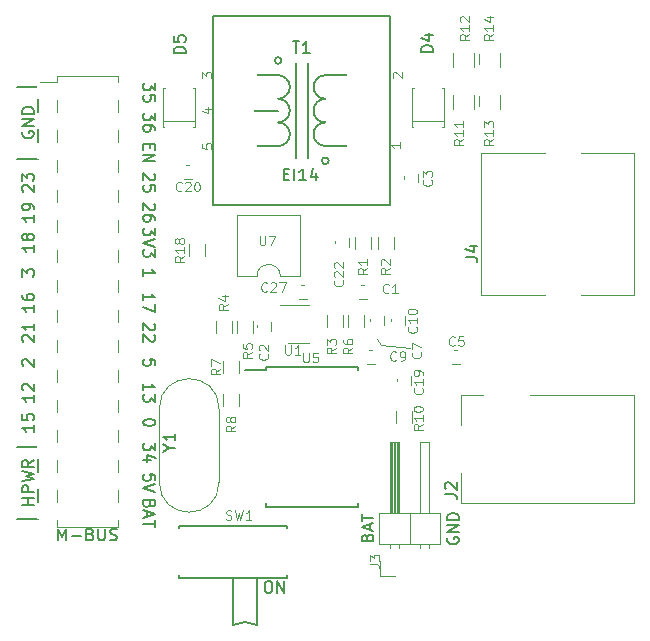
<source format=gto>
G04 #@! TF.GenerationSoftware,KiCad,Pcbnew,(5.0.2)-1*
G04 #@! TF.CreationDate,2019-02-20T01:19:10+09:00*
G04 #@! TF.ProjectId,M5Hackfon,4d354861-636b-4666-9f6e-2e6b69636164,v1.2*
G04 #@! TF.SameCoordinates,Original*
G04 #@! TF.FileFunction,Legend,Top*
G04 #@! TF.FilePolarity,Positive*
%FSLAX46Y46*%
G04 Gerber Fmt 4.6, Leading zero omitted, Abs format (unit mm)*
G04 Created by KiCad (PCBNEW (5.0.2)-1) date 2019/02/20 1:19:10*
%MOMM*%
%LPD*%
G01*
G04 APERTURE LIST*
%ADD10C,0.100000*%
%ADD11C,0.150000*%
%ADD12C,0.200000*%
%ADD13C,0.120000*%
%ADD14C,1.900000*%
%ADD15R,1.300000X0.900000*%
%ADD16R,1.460000X1.050000*%
%ADD17R,1.150000X1.200000*%
%ADD18R,2.000000X2.000000*%
%ADD19O,2.000000X2.000000*%
%ADD20C,2.400000*%
%ADD21C,2.899360*%
%ADD22C,2.760000*%
%ADD23C,1.920000*%
%ADD24R,3.900000X3.900000*%
%ADD25C,2.100000*%
%ADD26C,1.400000*%
%ADD27C,1.200000*%
%ADD28R,3.550000X1.400000*%
%ADD29R,3.200000X3.900000*%
%ADD30O,1.750000X1.750000*%
%ADD31R,1.750000X1.750000*%
%ADD32C,3.600000*%
%ADD33R,1.200000X1.150000*%
%ADD34C,2.600000*%
%ADD35R,2.100000X2.100000*%
%ADD36O,2.100000X2.100000*%
%ADD37R,2.400000X2.400000*%
%ADD38O,2.400000X2.400000*%
%ADD39R,2.400000X1.000000*%
%ADD40R,1.700000X1.100000*%
G04 APERTURE END LIST*
D10*
X134861000Y-111664000D02*
X134480000Y-111156000D01*
X137274000Y-111918000D02*
X134861000Y-111664000D01*
D11*
X125224952Y-131690380D02*
X125415428Y-131690380D01*
X125510666Y-131738000D01*
X125605904Y-131833238D01*
X125653523Y-132023714D01*
X125653523Y-132357047D01*
X125605904Y-132547523D01*
X125510666Y-132642761D01*
X125415428Y-132690380D01*
X125224952Y-132690380D01*
X125129714Y-132642761D01*
X125034476Y-132547523D01*
X124986857Y-132357047D01*
X124986857Y-132023714D01*
X125034476Y-131833238D01*
X125129714Y-131738000D01*
X125224952Y-131690380D01*
X126082095Y-132690380D02*
X126082095Y-131690380D01*
X126653523Y-132690380D01*
X126653523Y-131690380D01*
D12*
X140500000Y-128011904D02*
X140452380Y-128107142D01*
X140452380Y-128250000D01*
X140500000Y-128392857D01*
X140595238Y-128488095D01*
X140690476Y-128535714D01*
X140880952Y-128583333D01*
X141023809Y-128583333D01*
X141214285Y-128535714D01*
X141309523Y-128488095D01*
X141404761Y-128392857D01*
X141452380Y-128250000D01*
X141452380Y-128154761D01*
X141404761Y-128011904D01*
X141357142Y-127964285D01*
X141023809Y-127964285D01*
X141023809Y-128154761D01*
X141452380Y-127535714D02*
X140452380Y-127535714D01*
X141452380Y-126964285D01*
X140452380Y-126964285D01*
X141452380Y-126488095D02*
X140452380Y-126488095D01*
X140452380Y-126250000D01*
X140500000Y-126107142D01*
X140595238Y-126011904D01*
X140690476Y-125964285D01*
X140880952Y-125916666D01*
X141023809Y-125916666D01*
X141214285Y-125964285D01*
X141309523Y-126011904D01*
X141404761Y-126107142D01*
X141452380Y-126250000D01*
X141452380Y-126488095D01*
X133678571Y-127988095D02*
X133726190Y-127845238D01*
X133773809Y-127797619D01*
X133869047Y-127750000D01*
X134011904Y-127750000D01*
X134107142Y-127797619D01*
X134154761Y-127845238D01*
X134202380Y-127940476D01*
X134202380Y-128321428D01*
X133202380Y-128321428D01*
X133202380Y-127988095D01*
X133250000Y-127892857D01*
X133297619Y-127845238D01*
X133392857Y-127797619D01*
X133488095Y-127797619D01*
X133583333Y-127845238D01*
X133630952Y-127892857D01*
X133678571Y-127988095D01*
X133678571Y-128321428D01*
X133916666Y-127369047D02*
X133916666Y-126892857D01*
X134202380Y-127464285D02*
X133202380Y-127130952D01*
X134202380Y-126797619D01*
X133202380Y-126607142D02*
X133202380Y-126035714D01*
X134202380Y-126321428D02*
X133202380Y-126321428D01*
D11*
X107516619Y-128245380D02*
X107516619Y-127245380D01*
X107849952Y-127959666D01*
X108183285Y-127245380D01*
X108183285Y-128245380D01*
X108659476Y-127864428D02*
X109421380Y-127864428D01*
X110230904Y-127721571D02*
X110373761Y-127769190D01*
X110421380Y-127816809D01*
X110469000Y-127912047D01*
X110469000Y-128054904D01*
X110421380Y-128150142D01*
X110373761Y-128197761D01*
X110278523Y-128245380D01*
X109897571Y-128245380D01*
X109897571Y-127245380D01*
X110230904Y-127245380D01*
X110326142Y-127293000D01*
X110373761Y-127340619D01*
X110421380Y-127435857D01*
X110421380Y-127531095D01*
X110373761Y-127626333D01*
X110326142Y-127673952D01*
X110230904Y-127721571D01*
X109897571Y-127721571D01*
X110897571Y-127245380D02*
X110897571Y-128054904D01*
X110945190Y-128150142D01*
X110992809Y-128197761D01*
X111088047Y-128245380D01*
X111278523Y-128245380D01*
X111373761Y-128197761D01*
X111421380Y-128150142D01*
X111469000Y-128054904D01*
X111469000Y-127245380D01*
X111897571Y-128197761D02*
X112040428Y-128245380D01*
X112278523Y-128245380D01*
X112373761Y-128197761D01*
X112421380Y-128150142D01*
X112469000Y-128054904D01*
X112469000Y-127959666D01*
X112421380Y-127864428D01*
X112373761Y-127816809D01*
X112278523Y-127769190D01*
X112088047Y-127721571D01*
X111992809Y-127673952D01*
X111945190Y-127626333D01*
X111897571Y-127531095D01*
X111897571Y-127435857D01*
X111945190Y-127340619D01*
X111992809Y-127293000D01*
X112088047Y-127245380D01*
X112326142Y-127245380D01*
X112469000Y-127293000D01*
D12*
X115247428Y-125149904D02*
X115199809Y-125292761D01*
X115152190Y-125340380D01*
X115056952Y-125388000D01*
X114914095Y-125388000D01*
X114818857Y-125340380D01*
X114771238Y-125292761D01*
X114723619Y-125197523D01*
X114723619Y-124816571D01*
X115723619Y-124816571D01*
X115723619Y-125149904D01*
X115676000Y-125245142D01*
X115628380Y-125292761D01*
X115533142Y-125340380D01*
X115437904Y-125340380D01*
X115342666Y-125292761D01*
X115295047Y-125245142D01*
X115247428Y-125149904D01*
X115247428Y-124816571D01*
X115009333Y-125768952D02*
X115009333Y-126245142D01*
X114723619Y-125673714D02*
X115723619Y-126007047D01*
X114723619Y-126340380D01*
X115723619Y-126530857D02*
X115723619Y-127102285D01*
X114723619Y-126816571D02*
X115723619Y-126816571D01*
X115723619Y-123157523D02*
X115723619Y-122681333D01*
X115247428Y-122633714D01*
X115295047Y-122681333D01*
X115342666Y-122776571D01*
X115342666Y-123014666D01*
X115295047Y-123109904D01*
X115247428Y-123157523D01*
X115152190Y-123205142D01*
X114914095Y-123205142D01*
X114818857Y-123157523D01*
X114771238Y-123109904D01*
X114723619Y-123014666D01*
X114723619Y-122776571D01*
X114771238Y-122681333D01*
X114818857Y-122633714D01*
X115723619Y-123490857D02*
X114723619Y-123824190D01*
X115723619Y-124157523D01*
X115723619Y-119998476D02*
X115723619Y-120617523D01*
X115342666Y-120284190D01*
X115342666Y-120427047D01*
X115295047Y-120522285D01*
X115247428Y-120569904D01*
X115152190Y-120617523D01*
X114914095Y-120617523D01*
X114818857Y-120569904D01*
X114771238Y-120522285D01*
X114723619Y-120427047D01*
X114723619Y-120141333D01*
X114771238Y-120046095D01*
X114818857Y-119998476D01*
X115390285Y-121474666D02*
X114723619Y-121474666D01*
X115771238Y-121236571D02*
X115056952Y-120998476D01*
X115056952Y-121617523D01*
X115723619Y-118220380D02*
X115723619Y-118315619D01*
X115676000Y-118410857D01*
X115628380Y-118458476D01*
X115533142Y-118506095D01*
X115342666Y-118553714D01*
X115104571Y-118553714D01*
X114914095Y-118506095D01*
X114818857Y-118458476D01*
X114771238Y-118410857D01*
X114723619Y-118315619D01*
X114723619Y-118220380D01*
X114771238Y-118125142D01*
X114818857Y-118077523D01*
X114914095Y-118029904D01*
X115104571Y-117982285D01*
X115342666Y-117982285D01*
X115533142Y-118029904D01*
X115628380Y-118077523D01*
X115676000Y-118125142D01*
X115723619Y-118220380D01*
X114723619Y-115537523D02*
X114723619Y-114966095D01*
X114723619Y-115251809D02*
X115723619Y-115251809D01*
X115580761Y-115156571D01*
X115485523Y-115061333D01*
X115437904Y-114966095D01*
X115723619Y-115870857D02*
X115723619Y-116489904D01*
X115342666Y-116156571D01*
X115342666Y-116299428D01*
X115295047Y-116394666D01*
X115247428Y-116442285D01*
X115152190Y-116489904D01*
X114914095Y-116489904D01*
X114818857Y-116442285D01*
X114771238Y-116394666D01*
X114723619Y-116299428D01*
X114723619Y-116013714D01*
X114771238Y-115918476D01*
X114818857Y-115870857D01*
X115723619Y-113426095D02*
X115723619Y-112949904D01*
X115247428Y-112902285D01*
X115295047Y-112949904D01*
X115342666Y-113045142D01*
X115342666Y-113283238D01*
X115295047Y-113378476D01*
X115247428Y-113426095D01*
X115152190Y-113473714D01*
X114914095Y-113473714D01*
X114818857Y-113426095D01*
X114771238Y-113378476D01*
X114723619Y-113283238D01*
X114723619Y-113045142D01*
X114771238Y-112949904D01*
X114818857Y-112902285D01*
X115628380Y-109886095D02*
X115676000Y-109933714D01*
X115723619Y-110028952D01*
X115723619Y-110267047D01*
X115676000Y-110362285D01*
X115628380Y-110409904D01*
X115533142Y-110457523D01*
X115437904Y-110457523D01*
X115295047Y-110409904D01*
X114723619Y-109838476D01*
X114723619Y-110457523D01*
X115628380Y-110838476D02*
X115676000Y-110886095D01*
X115723619Y-110981333D01*
X115723619Y-111219428D01*
X115676000Y-111314666D01*
X115628380Y-111362285D01*
X115533142Y-111409904D01*
X115437904Y-111409904D01*
X115295047Y-111362285D01*
X114723619Y-110790857D01*
X114723619Y-111409904D01*
X114723619Y-107917523D02*
X114723619Y-107346095D01*
X114723619Y-107631809D02*
X115723619Y-107631809D01*
X115580761Y-107536571D01*
X115485523Y-107441333D01*
X115437904Y-107346095D01*
X115723619Y-108250857D02*
X115723619Y-108917523D01*
X114723619Y-108488952D01*
X114723619Y-105853714D02*
X114723619Y-105282285D01*
X114723619Y-105568000D02*
X115723619Y-105568000D01*
X115580761Y-105472761D01*
X115485523Y-105377523D01*
X115437904Y-105282285D01*
X115723619Y-101789904D02*
X115723619Y-102408952D01*
X115342666Y-102075619D01*
X115342666Y-102218476D01*
X115295047Y-102313714D01*
X115247428Y-102361333D01*
X115152190Y-102408952D01*
X114914095Y-102408952D01*
X114818857Y-102361333D01*
X114771238Y-102313714D01*
X114723619Y-102218476D01*
X114723619Y-101932761D01*
X114771238Y-101837523D01*
X114818857Y-101789904D01*
X115723619Y-102694666D02*
X114723619Y-103028000D01*
X115723619Y-103361333D01*
X115723619Y-103599428D02*
X115723619Y-104218476D01*
X115342666Y-103885142D01*
X115342666Y-104028000D01*
X115295047Y-104123238D01*
X115247428Y-104170857D01*
X115152190Y-104218476D01*
X114914095Y-104218476D01*
X114818857Y-104170857D01*
X114771238Y-104123238D01*
X114723619Y-104028000D01*
X114723619Y-103742285D01*
X114771238Y-103647047D01*
X114818857Y-103599428D01*
X115628380Y-99726095D02*
X115676000Y-99773714D01*
X115723619Y-99868952D01*
X115723619Y-100107047D01*
X115676000Y-100202285D01*
X115628380Y-100249904D01*
X115533142Y-100297523D01*
X115437904Y-100297523D01*
X115295047Y-100249904D01*
X114723619Y-99678476D01*
X114723619Y-100297523D01*
X115723619Y-101154666D02*
X115723619Y-100964190D01*
X115676000Y-100868952D01*
X115628380Y-100821333D01*
X115485523Y-100726095D01*
X115295047Y-100678476D01*
X114914095Y-100678476D01*
X114818857Y-100726095D01*
X114771238Y-100773714D01*
X114723619Y-100868952D01*
X114723619Y-101059428D01*
X114771238Y-101154666D01*
X114818857Y-101202285D01*
X114914095Y-101249904D01*
X115152190Y-101249904D01*
X115247428Y-101202285D01*
X115295047Y-101154666D01*
X115342666Y-101059428D01*
X115342666Y-100868952D01*
X115295047Y-100773714D01*
X115247428Y-100726095D01*
X115152190Y-100678476D01*
X115628380Y-97186095D02*
X115676000Y-97233714D01*
X115723619Y-97328952D01*
X115723619Y-97567047D01*
X115676000Y-97662285D01*
X115628380Y-97709904D01*
X115533142Y-97757523D01*
X115437904Y-97757523D01*
X115295047Y-97709904D01*
X114723619Y-97138476D01*
X114723619Y-97757523D01*
X115723619Y-98662285D02*
X115723619Y-98186095D01*
X115247428Y-98138476D01*
X115295047Y-98186095D01*
X115342666Y-98281333D01*
X115342666Y-98519428D01*
X115295047Y-98614666D01*
X115247428Y-98662285D01*
X115152190Y-98709904D01*
X114914095Y-98709904D01*
X114818857Y-98662285D01*
X114771238Y-98614666D01*
X114723619Y-98519428D01*
X114723619Y-98281333D01*
X114771238Y-98186095D01*
X114818857Y-98138476D01*
X115247428Y-94669904D02*
X115247428Y-95003238D01*
X114723619Y-95146095D02*
X114723619Y-94669904D01*
X115723619Y-94669904D01*
X115723619Y-95146095D01*
X114723619Y-95574666D02*
X115723619Y-95574666D01*
X114723619Y-96146095D01*
X115723619Y-96146095D01*
X115723619Y-92058476D02*
X115723619Y-92677523D01*
X115342666Y-92344190D01*
X115342666Y-92487047D01*
X115295047Y-92582285D01*
X115247428Y-92629904D01*
X115152190Y-92677523D01*
X114914095Y-92677523D01*
X114818857Y-92629904D01*
X114771238Y-92582285D01*
X114723619Y-92487047D01*
X114723619Y-92201333D01*
X114771238Y-92106095D01*
X114818857Y-92058476D01*
X115723619Y-93534666D02*
X115723619Y-93344190D01*
X115676000Y-93248952D01*
X115628380Y-93201333D01*
X115485523Y-93106095D01*
X115295047Y-93058476D01*
X114914095Y-93058476D01*
X114818857Y-93106095D01*
X114771238Y-93153714D01*
X114723619Y-93248952D01*
X114723619Y-93439428D01*
X114771238Y-93534666D01*
X114818857Y-93582285D01*
X114914095Y-93629904D01*
X115152190Y-93629904D01*
X115247428Y-93582285D01*
X115295047Y-93534666D01*
X115342666Y-93439428D01*
X115342666Y-93248952D01*
X115295047Y-93153714D01*
X115247428Y-93106095D01*
X115152190Y-93058476D01*
X115723619Y-89518476D02*
X115723619Y-90137523D01*
X115342666Y-89804190D01*
X115342666Y-89947047D01*
X115295047Y-90042285D01*
X115247428Y-90089904D01*
X115152190Y-90137523D01*
X114914095Y-90137523D01*
X114818857Y-90089904D01*
X114771238Y-90042285D01*
X114723619Y-89947047D01*
X114723619Y-89661333D01*
X114771238Y-89566095D01*
X114818857Y-89518476D01*
X115723619Y-91042285D02*
X115723619Y-90566095D01*
X115247428Y-90518476D01*
X115295047Y-90566095D01*
X115342666Y-90661333D01*
X115342666Y-90899428D01*
X115295047Y-90994666D01*
X115247428Y-91042285D01*
X115152190Y-91089904D01*
X114914095Y-91089904D01*
X114818857Y-91042285D01*
X114771238Y-90994666D01*
X114723619Y-90899428D01*
X114723619Y-90661333D01*
X114771238Y-90566095D01*
X114818857Y-90518476D01*
X105778000Y-126396000D02*
X104000000Y-126396000D01*
X105778000Y-120300000D02*
X105778000Y-126396000D01*
X104000000Y-120300000D02*
X105778000Y-120300000D01*
X105778000Y-89820000D02*
X105778000Y-95916000D01*
X105778000Y-95916000D02*
X104000000Y-95916000D01*
X104000000Y-89820000D02*
X105778000Y-89820000D01*
X105468380Y-125205142D02*
X104468380Y-125205142D01*
X104944571Y-125205142D02*
X104944571Y-124633714D01*
X105468380Y-124633714D02*
X104468380Y-124633714D01*
X105468380Y-124157523D02*
X104468380Y-124157523D01*
X104468380Y-123776571D01*
X104516000Y-123681333D01*
X104563619Y-123633714D01*
X104658857Y-123586095D01*
X104801714Y-123586095D01*
X104896952Y-123633714D01*
X104944571Y-123681333D01*
X104992190Y-123776571D01*
X104992190Y-124157523D01*
X104468380Y-123252761D02*
X105468380Y-123014666D01*
X104754095Y-122824190D01*
X105468380Y-122633714D01*
X104468380Y-122395619D01*
X105468380Y-121443238D02*
X104992190Y-121776571D01*
X105468380Y-122014666D02*
X104468380Y-122014666D01*
X104468380Y-121633714D01*
X104516000Y-121538476D01*
X104563619Y-121490857D01*
X104658857Y-121443238D01*
X104801714Y-121443238D01*
X104896952Y-121490857D01*
X104944571Y-121538476D01*
X104992190Y-121633714D01*
X104992190Y-122014666D01*
X105468380Y-118458476D02*
X105468380Y-119029904D01*
X105468380Y-118744190D02*
X104468380Y-118744190D01*
X104611238Y-118839428D01*
X104706476Y-118934666D01*
X104754095Y-119029904D01*
X104468380Y-117553714D02*
X104468380Y-118029904D01*
X104944571Y-118077523D01*
X104896952Y-118029904D01*
X104849333Y-117934666D01*
X104849333Y-117696571D01*
X104896952Y-117601333D01*
X104944571Y-117553714D01*
X105039809Y-117506095D01*
X105277904Y-117506095D01*
X105373142Y-117553714D01*
X105420761Y-117601333D01*
X105468380Y-117696571D01*
X105468380Y-117934666D01*
X105420761Y-118029904D01*
X105373142Y-118077523D01*
X105468380Y-115918476D02*
X105468380Y-116489904D01*
X105468380Y-116204190D02*
X104468380Y-116204190D01*
X104611238Y-116299428D01*
X104706476Y-116394666D01*
X104754095Y-116489904D01*
X104563619Y-115537523D02*
X104516000Y-115489904D01*
X104468380Y-115394666D01*
X104468380Y-115156571D01*
X104516000Y-115061333D01*
X104563619Y-115013714D01*
X104658857Y-114966095D01*
X104754095Y-114966095D01*
X104896952Y-115013714D01*
X105468380Y-115585142D01*
X105468380Y-114966095D01*
X104563619Y-113473714D02*
X104516000Y-113426095D01*
X104468380Y-113330857D01*
X104468380Y-113092761D01*
X104516000Y-112997523D01*
X104563619Y-112949904D01*
X104658857Y-112902285D01*
X104754095Y-112902285D01*
X104896952Y-112949904D01*
X105468380Y-113521333D01*
X105468380Y-112902285D01*
X104563619Y-111409904D02*
X104516000Y-111362285D01*
X104468380Y-111267047D01*
X104468380Y-111028952D01*
X104516000Y-110933714D01*
X104563619Y-110886095D01*
X104658857Y-110838476D01*
X104754095Y-110838476D01*
X104896952Y-110886095D01*
X105468380Y-111457523D01*
X105468380Y-110838476D01*
X105468380Y-109886095D02*
X105468380Y-110457523D01*
X105468380Y-110171809D02*
X104468380Y-110171809D01*
X104611238Y-110267047D01*
X104706476Y-110362285D01*
X104754095Y-110457523D01*
X105468380Y-108298476D02*
X105468380Y-108869904D01*
X105468380Y-108584190D02*
X104468380Y-108584190D01*
X104611238Y-108679428D01*
X104706476Y-108774666D01*
X104754095Y-108869904D01*
X104468380Y-107441333D02*
X104468380Y-107631809D01*
X104516000Y-107727047D01*
X104563619Y-107774666D01*
X104706476Y-107869904D01*
X104896952Y-107917523D01*
X105277904Y-107917523D01*
X105373142Y-107869904D01*
X105420761Y-107822285D01*
X105468380Y-107727047D01*
X105468380Y-107536571D01*
X105420761Y-107441333D01*
X105373142Y-107393714D01*
X105277904Y-107346095D01*
X105039809Y-107346095D01*
X104944571Y-107393714D01*
X104896952Y-107441333D01*
X104849333Y-107536571D01*
X104849333Y-107727047D01*
X104896952Y-107822285D01*
X104944571Y-107869904D01*
X105039809Y-107917523D01*
X104468380Y-105901333D02*
X104468380Y-105282285D01*
X104849333Y-105615619D01*
X104849333Y-105472761D01*
X104896952Y-105377523D01*
X104944571Y-105329904D01*
X105039809Y-105282285D01*
X105277904Y-105282285D01*
X105373142Y-105329904D01*
X105420761Y-105377523D01*
X105468380Y-105472761D01*
X105468380Y-105758476D01*
X105420761Y-105853714D01*
X105373142Y-105901333D01*
X105468380Y-103218476D02*
X105468380Y-103789904D01*
X105468380Y-103504190D02*
X104468380Y-103504190D01*
X104611238Y-103599428D01*
X104706476Y-103694666D01*
X104754095Y-103789904D01*
X104896952Y-102647047D02*
X104849333Y-102742285D01*
X104801714Y-102789904D01*
X104706476Y-102837523D01*
X104658857Y-102837523D01*
X104563619Y-102789904D01*
X104516000Y-102742285D01*
X104468380Y-102647047D01*
X104468380Y-102456571D01*
X104516000Y-102361333D01*
X104563619Y-102313714D01*
X104658857Y-102266095D01*
X104706476Y-102266095D01*
X104801714Y-102313714D01*
X104849333Y-102361333D01*
X104896952Y-102456571D01*
X104896952Y-102647047D01*
X104944571Y-102742285D01*
X104992190Y-102789904D01*
X105087428Y-102837523D01*
X105277904Y-102837523D01*
X105373142Y-102789904D01*
X105420761Y-102742285D01*
X105468380Y-102647047D01*
X105468380Y-102456571D01*
X105420761Y-102361333D01*
X105373142Y-102313714D01*
X105277904Y-102266095D01*
X105087428Y-102266095D01*
X104992190Y-102313714D01*
X104944571Y-102361333D01*
X104896952Y-102456571D01*
X105468380Y-100678476D02*
X105468380Y-101249904D01*
X105468380Y-100964190D02*
X104468380Y-100964190D01*
X104611238Y-101059428D01*
X104706476Y-101154666D01*
X104754095Y-101249904D01*
X105468380Y-100202285D02*
X105468380Y-100011809D01*
X105420761Y-99916571D01*
X105373142Y-99868952D01*
X105230285Y-99773714D01*
X105039809Y-99726095D01*
X104658857Y-99726095D01*
X104563619Y-99773714D01*
X104516000Y-99821333D01*
X104468380Y-99916571D01*
X104468380Y-100107047D01*
X104516000Y-100202285D01*
X104563619Y-100249904D01*
X104658857Y-100297523D01*
X104896952Y-100297523D01*
X104992190Y-100249904D01*
X105039809Y-100202285D01*
X105087428Y-100107047D01*
X105087428Y-99916571D01*
X105039809Y-99821333D01*
X104992190Y-99773714D01*
X104896952Y-99726095D01*
X104563619Y-98709904D02*
X104516000Y-98662285D01*
X104468380Y-98567047D01*
X104468380Y-98328952D01*
X104516000Y-98233714D01*
X104563619Y-98186095D01*
X104658857Y-98138476D01*
X104754095Y-98138476D01*
X104896952Y-98186095D01*
X105468380Y-98757523D01*
X105468380Y-98138476D01*
X104468380Y-97805142D02*
X104468380Y-97186095D01*
X104849333Y-97519428D01*
X104849333Y-97376571D01*
X104896952Y-97281333D01*
X104944571Y-97233714D01*
X105039809Y-97186095D01*
X105277904Y-97186095D01*
X105373142Y-97233714D01*
X105420761Y-97281333D01*
X105468380Y-97376571D01*
X105468380Y-97662285D01*
X105420761Y-97757523D01*
X105373142Y-97805142D01*
X104516000Y-93629904D02*
X104468380Y-93725142D01*
X104468380Y-93868000D01*
X104516000Y-94010857D01*
X104611238Y-94106095D01*
X104706476Y-94153714D01*
X104896952Y-94201333D01*
X105039809Y-94201333D01*
X105230285Y-94153714D01*
X105325523Y-94106095D01*
X105420761Y-94010857D01*
X105468380Y-93868000D01*
X105468380Y-93772761D01*
X105420761Y-93629904D01*
X105373142Y-93582285D01*
X105039809Y-93582285D01*
X105039809Y-93772761D01*
X105468380Y-93153714D02*
X104468380Y-93153714D01*
X105468380Y-92582285D01*
X104468380Y-92582285D01*
X105468380Y-92106095D02*
X104468380Y-92106095D01*
X104468380Y-91868000D01*
X104516000Y-91725142D01*
X104611238Y-91629904D01*
X104706476Y-91582285D01*
X104896952Y-91534666D01*
X105039809Y-91534666D01*
X105230285Y-91582285D01*
X105325523Y-91629904D01*
X105420761Y-91725142D01*
X105468380Y-91868000D01*
X105468380Y-92106095D01*
D13*
G04 #@! TO.C,Y1*
X116080000Y-123325000D02*
G75*
G03X121130000Y-123325000I2525000J0D01*
G01*
X116080000Y-117075000D02*
G75*
G02X121130000Y-117075000I2525000J0D01*
G01*
X116080000Y-117075000D02*
X116080000Y-123325000D01*
X121130000Y-117075000D02*
X121130000Y-123325000D01*
G04 #@! TO.C,R8*
X121481000Y-116863000D02*
X121481000Y-115863000D01*
X122841000Y-115863000D02*
X122841000Y-116863000D01*
G04 #@! TO.C,U1*
X128776000Y-108276000D02*
X126326000Y-108276000D01*
X126976000Y-111496000D02*
X128776000Y-111496000D01*
G04 #@! TO.C,C2*
X125555000Y-109790000D02*
X125555000Y-110490000D01*
X124355000Y-110490000D02*
X124355000Y-109790000D01*
G04 #@! TO.C,U7*
X124336000Y-105882000D02*
G75*
G02X126336000Y-105882000I1000000J0D01*
G01*
X126336000Y-105882000D02*
X127986000Y-105882000D01*
X127986000Y-105882000D02*
X127986000Y-100682000D01*
X127986000Y-100682000D02*
X122686000Y-100682000D01*
X122686000Y-100682000D02*
X122686000Y-105882000D01*
X122686000Y-105882000D02*
X124336000Y-105882000D01*
D11*
G04 #@! TO.C,T1*
X130413776Y-96102000D02*
G75*
G03X130413776Y-96102000I-283776J0D01*
G01*
X126411986Y-87602000D02*
G75*
G03X126411986Y-87602000I-281986J0D01*
G01*
X127630000Y-95852000D02*
X127630000Y-87852000D01*
X128630000Y-95852000D02*
X128630000Y-87852000D01*
X126130000Y-94852000D02*
G75*
G03X127130000Y-93852000I0J1000000D01*
G01*
X127130000Y-93852000D02*
G75*
G03X126130000Y-92852000I-1000000J0D01*
G01*
X126130000Y-92852000D02*
G75*
G03X127130000Y-91852000I0J1000000D01*
G01*
X127130000Y-91852000D02*
G75*
G03X126130000Y-90852000I-1000000J0D01*
G01*
X126130000Y-90852000D02*
G75*
G03X127130000Y-89852000I0J1000000D01*
G01*
X127130000Y-89852000D02*
G75*
G03X126130000Y-88852000I-1000000J0D01*
G01*
X130130000Y-88852000D02*
G75*
G03X129130000Y-89852000I0J-1000000D01*
G01*
X129130000Y-89852000D02*
G75*
G03X130130000Y-90852000I1000000J0D01*
G01*
X130130000Y-90852000D02*
G75*
G03X129130000Y-91852000I0J-1000000D01*
G01*
X129130000Y-91852000D02*
G75*
G03X130130000Y-92852000I1000000J0D01*
G01*
X130130000Y-92852000D02*
G75*
G03X129130000Y-93852000I0J-1000000D01*
G01*
X129130000Y-93852000D02*
G75*
G03X130130000Y-94852000I1000000J0D01*
G01*
X126130000Y-94852000D02*
X124130000Y-94852000D01*
X126130000Y-91852000D02*
X124130000Y-91852000D01*
X126130000Y-88852000D02*
X124130000Y-88852000D01*
X130130000Y-94852000D02*
X132130000Y-94852000D01*
X130130000Y-88852000D02*
X132130000Y-88852000D01*
X135630000Y-99852000D02*
X120630000Y-99852000D01*
X120630000Y-99852000D02*
X120630000Y-83852000D01*
X120630000Y-83852000D02*
X135630000Y-83852000D01*
X135630000Y-83852000D02*
X135630000Y-99852000D01*
D13*
G04 #@! TO.C,J4*
X151760000Y-95450000D02*
X156300000Y-95450000D01*
X151760000Y-107450000D02*
X156300000Y-107450000D01*
X143300000Y-107450000D02*
X143300000Y-95450000D01*
X156300000Y-107450000D02*
X156300000Y-95450000D01*
X143300000Y-95450000D02*
X148762000Y-95450000D01*
X143300000Y-107450000D02*
X148762000Y-107450000D01*
G04 #@! TO.C,J2*
X141600000Y-125100000D02*
X141600000Y-122500000D01*
X156300000Y-125100000D02*
X141600000Y-125100000D01*
X141600000Y-115900000D02*
X143500000Y-115900000D01*
X141600000Y-118600000D02*
X141600000Y-115900000D01*
X156300000Y-115900000D02*
X156300000Y-125100000D01*
X147500000Y-115900000D02*
X156300000Y-115900000D01*
G04 #@! TO.C,J1*
X112600000Y-124000000D02*
X112600000Y-125020000D01*
X107400000Y-124000000D02*
X107400000Y-125020000D01*
X112600000Y-121460000D02*
X112600000Y-122480000D01*
X107400000Y-121460000D02*
X107400000Y-122480000D01*
X112600000Y-118920000D02*
X112600000Y-119940000D01*
X107400000Y-118920000D02*
X107400000Y-119940000D01*
X112600000Y-116380000D02*
X112600000Y-117400000D01*
X107400000Y-116380000D02*
X107400000Y-117400000D01*
X112600000Y-113840000D02*
X112600000Y-114860000D01*
X107400000Y-113840000D02*
X107400000Y-114860000D01*
X112600000Y-111300000D02*
X112600000Y-112320000D01*
X107400000Y-111300000D02*
X107400000Y-112320000D01*
X112600000Y-108760000D02*
X112600000Y-109780000D01*
X107400000Y-108760000D02*
X107400000Y-109780000D01*
X112600000Y-106220000D02*
X112600000Y-107240000D01*
X107400000Y-106220000D02*
X107400000Y-107240000D01*
X112600000Y-103680000D02*
X112600000Y-104700000D01*
X107400000Y-103680000D02*
X107400000Y-104700000D01*
X112600000Y-101140000D02*
X112600000Y-102160000D01*
X107400000Y-101140000D02*
X107400000Y-102160000D01*
X112600000Y-98600000D02*
X112600000Y-99620000D01*
X107400000Y-98600000D02*
X107400000Y-99620000D01*
X112600000Y-96060000D02*
X112600000Y-97080000D01*
X107400000Y-96060000D02*
X107400000Y-97080000D01*
X112600000Y-93520000D02*
X112600000Y-94540000D01*
X107400000Y-93520000D02*
X107400000Y-94540000D01*
X112600000Y-90980000D02*
X112600000Y-92000000D01*
X107400000Y-90980000D02*
X107400000Y-92000000D01*
X112600000Y-126540000D02*
X112600000Y-127110000D01*
X107400000Y-126540000D02*
X107400000Y-127110000D01*
X112600000Y-88890000D02*
X112600000Y-89460000D01*
X107400000Y-88890000D02*
X107400000Y-89460000D01*
X105960000Y-89460000D02*
X107400000Y-89460000D01*
X107400000Y-127110000D02*
X112600000Y-127110000D01*
X107400000Y-88890000D02*
X112600000Y-88890000D01*
D11*
G04 #@! TO.C,SW1*
X124320000Y-131390000D02*
X124320000Y-135390000D01*
X123320000Y-135190000D02*
X124320000Y-135390000D01*
X122320000Y-135390000D02*
X123320000Y-135190000D01*
X122320000Y-131390000D02*
X122320000Y-135390000D01*
X126920000Y-127390000D02*
X126920000Y-126990000D01*
X126920000Y-130990000D02*
X126920000Y-131390000D01*
X117720000Y-130990000D02*
X117720000Y-131390000D01*
X117720000Y-127390000D02*
X117720000Y-126990000D01*
X126920000Y-131390000D02*
X117720000Y-131390000D01*
X126920000Y-126990000D02*
X117720000Y-126990000D01*
D13*
G04 #@! TO.C,R4*
X120846000Y-110640000D02*
X120846000Y-109640000D01*
X122206000Y-109640000D02*
X122206000Y-110640000D01*
G04 #@! TO.C,C1*
X132987000Y-106619000D02*
X133687000Y-106619000D01*
X133687000Y-107819000D02*
X132987000Y-107819000D01*
G04 #@! TO.C,C7*
X133880000Y-109982000D02*
X133880000Y-109282000D01*
X135080000Y-109282000D02*
X135080000Y-109982000D01*
G04 #@! TO.C,R1*
X132657000Y-103528000D02*
X132657000Y-102528000D01*
X134017000Y-102528000D02*
X134017000Y-103528000D01*
G04 #@! TO.C,R2*
X135922000Y-102528000D02*
X135922000Y-103528000D01*
X134562000Y-103528000D02*
X134562000Y-102528000D01*
G04 #@! TO.C,R3*
X130244000Y-110132000D02*
X130244000Y-109132000D01*
X131604000Y-109132000D02*
X131604000Y-110132000D01*
G04 #@! TO.C,J3*
X134670000Y-128560000D02*
X139870000Y-128560000D01*
X139870000Y-128560000D02*
X139870000Y-125900000D01*
X139870000Y-125900000D02*
X134670000Y-125900000D01*
X134670000Y-125900000D02*
X134670000Y-128560000D01*
X135620000Y-125900000D02*
X135620000Y-119900000D01*
X135620000Y-119900000D02*
X136380000Y-119900000D01*
X136380000Y-119900000D02*
X136380000Y-125900000D01*
X135680000Y-125900000D02*
X135680000Y-119900000D01*
X135800000Y-125900000D02*
X135800000Y-119900000D01*
X135920000Y-125900000D02*
X135920000Y-119900000D01*
X136040000Y-125900000D02*
X136040000Y-119900000D01*
X136160000Y-125900000D02*
X136160000Y-119900000D01*
X136280000Y-125900000D02*
X136280000Y-119900000D01*
X135620000Y-128890000D02*
X135620000Y-128560000D01*
X136380000Y-128890000D02*
X136380000Y-128560000D01*
X137270000Y-128560000D02*
X137270000Y-125900000D01*
X138160000Y-125900000D02*
X138160000Y-119900000D01*
X138160000Y-119900000D02*
X138920000Y-119900000D01*
X138920000Y-119900000D02*
X138920000Y-125900000D01*
X138160000Y-128957071D02*
X138160000Y-128560000D01*
X138920000Y-128957071D02*
X138920000Y-128560000D01*
X136000000Y-131270000D02*
X134730000Y-131270000D01*
X134730000Y-131270000D02*
X134730000Y-130000000D01*
G04 #@! TO.C,C9*
X134322000Y-113280000D02*
X133622000Y-113280000D01*
X133622000Y-112080000D02*
X134322000Y-112080000D01*
G04 #@! TO.C,C10*
X135658000Y-109982000D02*
X135658000Y-109282000D01*
X136858000Y-109282000D02*
X136858000Y-109982000D01*
G04 #@! TO.C,C19*
X137366000Y-114362000D02*
X137366000Y-115062000D01*
X136166000Y-115062000D02*
X136166000Y-114362000D01*
G04 #@! TO.C,C27*
X128607000Y-107819000D02*
X127907000Y-107819000D01*
X127907000Y-106619000D02*
X128607000Y-106619000D01*
G04 #@! TO.C,D4*
X137618000Y-93258000D02*
X137438000Y-93258000D01*
X137438000Y-93258000D02*
X137438000Y-89938000D01*
X137438000Y-89938000D02*
X137618000Y-89938000D01*
X139978000Y-93258000D02*
X140158000Y-93258000D01*
X140158000Y-93258000D02*
X140158000Y-89938000D01*
X140158000Y-89938000D02*
X139978000Y-89938000D01*
X137438000Y-92718000D02*
X140158000Y-92718000D01*
G04 #@! TO.C,D5*
X116356000Y-92718000D02*
X119076000Y-92718000D01*
X119076000Y-89938000D02*
X118896000Y-89938000D01*
X119076000Y-93258000D02*
X119076000Y-89938000D01*
X118896000Y-93258000D02*
X119076000Y-93258000D01*
X116356000Y-89938000D02*
X116536000Y-89938000D01*
X116356000Y-93258000D02*
X116356000Y-89938000D01*
X116536000Y-93258000D02*
X116356000Y-93258000D01*
G04 #@! TO.C,R5*
X122624000Y-110640000D02*
X122624000Y-109640000D01*
X123984000Y-109640000D02*
X123984000Y-110640000D01*
G04 #@! TO.C,R6*
X133382000Y-109132000D02*
X133382000Y-110132000D01*
X132022000Y-110132000D02*
X132022000Y-109132000D01*
G04 #@! TO.C,R7*
X122841000Y-113069000D02*
X122841000Y-114069000D01*
X121481000Y-114069000D02*
X121481000Y-113069000D01*
G04 #@! TO.C,R10*
X136086000Y-118260000D02*
X136086000Y-117260000D01*
X137446000Y-117260000D02*
X137446000Y-118260000D01*
G04 #@! TO.C,R18*
X119920000Y-103163000D02*
X119920000Y-104163000D01*
X118560000Y-104163000D02*
X118560000Y-103163000D01*
D11*
G04 #@! TO.C,U5*
X125125000Y-113800000D02*
X123300000Y-113800000D01*
X125125000Y-125450000D02*
X132875000Y-125450000D01*
X125125000Y-113550000D02*
X132875000Y-113550000D01*
X125125000Y-125450000D02*
X125125000Y-125105000D01*
X132875000Y-125450000D02*
X132875000Y-125105000D01*
X132875000Y-113550000D02*
X132875000Y-113895000D01*
X125125000Y-113550000D02*
X125125000Y-113800000D01*
D13*
G04 #@! TO.C,C3*
X138001000Y-97217000D02*
X138001000Y-97917000D01*
X136801000Y-97917000D02*
X136801000Y-97217000D01*
G04 #@! TO.C,C5*
X141561000Y-113280000D02*
X140861000Y-113280000D01*
X140861000Y-112080000D02*
X141561000Y-112080000D01*
G04 #@! TO.C,C20*
X118828000Y-97659000D02*
X118128000Y-97659000D01*
X118128000Y-96459000D02*
X118828000Y-96459000D01*
G04 #@! TO.C,C22*
X130959000Y-103378000D02*
X130959000Y-102678000D01*
X132159000Y-102678000D02*
X132159000Y-103378000D01*
G04 #@! TO.C,R11*
X142726000Y-90490000D02*
X142726000Y-91690000D01*
X140966000Y-91690000D02*
X140966000Y-90490000D01*
G04 #@! TO.C,R12*
X140966000Y-88134000D02*
X140966000Y-86934000D01*
X142726000Y-86934000D02*
X142726000Y-88134000D01*
G04 #@! TO.C,R13*
X144885000Y-90490000D02*
X144885000Y-91690000D01*
X143125000Y-91690000D02*
X143125000Y-90490000D01*
G04 #@! TO.C,R14*
X143125000Y-88134000D02*
X143125000Y-86934000D01*
X144885000Y-86934000D02*
X144885000Y-88134000D01*
G04 #@! TO.C,Y1*
D11*
X116930190Y-120395190D02*
X117406380Y-120395190D01*
X116406380Y-120728523D02*
X116930190Y-120395190D01*
X116406380Y-120061857D01*
X117406380Y-119204714D02*
X117406380Y-119776142D01*
X117406380Y-119490428D02*
X116406380Y-119490428D01*
X116549238Y-119585666D01*
X116644476Y-119680904D01*
X116692095Y-119776142D01*
G04 #@! TO.C,R8*
D10*
X122522904Y-118528333D02*
X122141952Y-118795000D01*
X122522904Y-118985476D02*
X121722904Y-118985476D01*
X121722904Y-118680714D01*
X121761000Y-118604523D01*
X121799095Y-118566428D01*
X121875285Y-118528333D01*
X121989571Y-118528333D01*
X122065761Y-118566428D01*
X122103857Y-118604523D01*
X122141952Y-118680714D01*
X122141952Y-118985476D01*
X122065761Y-118071190D02*
X122027666Y-118147380D01*
X121989571Y-118185476D01*
X121913380Y-118223571D01*
X121875285Y-118223571D01*
X121799095Y-118185476D01*
X121761000Y-118147380D01*
X121722904Y-118071190D01*
X121722904Y-117918809D01*
X121761000Y-117842619D01*
X121799095Y-117804523D01*
X121875285Y-117766428D01*
X121913380Y-117766428D01*
X121989571Y-117804523D01*
X122027666Y-117842619D01*
X122065761Y-117918809D01*
X122065761Y-118071190D01*
X122103857Y-118147380D01*
X122141952Y-118185476D01*
X122218142Y-118223571D01*
X122370523Y-118223571D01*
X122446714Y-118185476D01*
X122484809Y-118147380D01*
X122522904Y-118071190D01*
X122522904Y-117918809D01*
X122484809Y-117842619D01*
X122446714Y-117804523D01*
X122370523Y-117766428D01*
X122218142Y-117766428D01*
X122141952Y-117804523D01*
X122103857Y-117842619D01*
X122065761Y-117918809D01*
G04 #@! TO.C,U1*
X126758476Y-111733904D02*
X126758476Y-112381523D01*
X126796571Y-112457714D01*
X126834666Y-112495809D01*
X126910857Y-112533904D01*
X127063238Y-112533904D01*
X127139428Y-112495809D01*
X127177523Y-112457714D01*
X127215619Y-112381523D01*
X127215619Y-111733904D01*
X128015619Y-112533904D02*
X127558476Y-112533904D01*
X127787047Y-112533904D02*
X127787047Y-111733904D01*
X127710857Y-111848190D01*
X127634666Y-111924380D01*
X127558476Y-111962476D01*
G04 #@! TO.C,C2*
X125240714Y-112432333D02*
X125278809Y-112470428D01*
X125316904Y-112584714D01*
X125316904Y-112660904D01*
X125278809Y-112775190D01*
X125202619Y-112851380D01*
X125126428Y-112889476D01*
X124974047Y-112927571D01*
X124859761Y-112927571D01*
X124707380Y-112889476D01*
X124631190Y-112851380D01*
X124555000Y-112775190D01*
X124516904Y-112660904D01*
X124516904Y-112584714D01*
X124555000Y-112470428D01*
X124593095Y-112432333D01*
X124593095Y-112127571D02*
X124555000Y-112089476D01*
X124516904Y-112013285D01*
X124516904Y-111822809D01*
X124555000Y-111746619D01*
X124593095Y-111708523D01*
X124669285Y-111670428D01*
X124745476Y-111670428D01*
X124859761Y-111708523D01*
X125316904Y-112165666D01*
X125316904Y-111670428D01*
G04 #@! TO.C,U7*
X124599476Y-102462904D02*
X124599476Y-103110523D01*
X124637571Y-103186714D01*
X124675666Y-103224809D01*
X124751857Y-103262904D01*
X124904238Y-103262904D01*
X124980428Y-103224809D01*
X125018523Y-103186714D01*
X125056619Y-103110523D01*
X125056619Y-102462904D01*
X125361380Y-102462904D02*
X125894714Y-102462904D01*
X125551857Y-103262904D01*
G04 #@! TO.C,T1*
D11*
X127368095Y-85970380D02*
X127939523Y-85970380D01*
X127653809Y-86970380D02*
X127653809Y-85970380D01*
X128796666Y-86970380D02*
X128225238Y-86970380D01*
X128510952Y-86970380D02*
X128510952Y-85970380D01*
X128415714Y-86113238D01*
X128320476Y-86208476D01*
X128225238Y-86256095D01*
D10*
X136492904Y-94544428D02*
X136492904Y-95001571D01*
X136492904Y-94773000D02*
X135692904Y-94773000D01*
X135807190Y-94849190D01*
X135883380Y-94925380D01*
X135921476Y-95001571D01*
X135896095Y-89080571D02*
X135858000Y-89042476D01*
X135819904Y-88966285D01*
X135819904Y-88775809D01*
X135858000Y-88699619D01*
X135896095Y-88661523D01*
X135972285Y-88623428D01*
X136048476Y-88623428D01*
X136162761Y-88661523D01*
X136619904Y-89118666D01*
X136619904Y-88623428D01*
X119690904Y-89118666D02*
X119690904Y-88623428D01*
X119995666Y-88890095D01*
X119995666Y-88775809D01*
X120033761Y-88699619D01*
X120071857Y-88661523D01*
X120148047Y-88623428D01*
X120338523Y-88623428D01*
X120414714Y-88661523D01*
X120452809Y-88699619D01*
X120490904Y-88775809D01*
X120490904Y-89004380D01*
X120452809Y-89080571D01*
X120414714Y-89118666D01*
X119957571Y-91699619D02*
X120490904Y-91699619D01*
X119652809Y-91890095D02*
X120224238Y-92080571D01*
X120224238Y-91585333D01*
D11*
X126598238Y-97241571D02*
X126931571Y-97241571D01*
X127074428Y-97765380D02*
X126598238Y-97765380D01*
X126598238Y-96765380D01*
X127074428Y-96765380D01*
X127503000Y-97765380D02*
X127503000Y-96765380D01*
X128503000Y-97765380D02*
X127931571Y-97765380D01*
X128217285Y-97765380D02*
X128217285Y-96765380D01*
X128122047Y-96908238D01*
X128026809Y-97003476D01*
X127931571Y-97051095D01*
X129360142Y-97098714D02*
X129360142Y-97765380D01*
X129122047Y-96717761D02*
X128883952Y-97432047D01*
X129503000Y-97432047D01*
D10*
X119690904Y-94661523D02*
X119690904Y-95042476D01*
X120071857Y-95080571D01*
X120033761Y-95042476D01*
X119995666Y-94966285D01*
X119995666Y-94775809D01*
X120033761Y-94699619D01*
X120071857Y-94661523D01*
X120148047Y-94623428D01*
X120338523Y-94623428D01*
X120414714Y-94661523D01*
X120452809Y-94699619D01*
X120490904Y-94775809D01*
X120490904Y-94966285D01*
X120452809Y-95042476D01*
X120414714Y-95080571D01*
G04 #@! TO.C,J4*
D11*
X142012380Y-104250333D02*
X142726666Y-104250333D01*
X142869523Y-104297952D01*
X142964761Y-104393190D01*
X143012380Y-104536047D01*
X143012380Y-104631285D01*
X142345714Y-103345571D02*
X143012380Y-103345571D01*
X141964761Y-103583666D02*
X142679047Y-103821761D01*
X142679047Y-103202714D01*
G04 #@! TO.C,J2*
X140250380Y-124316333D02*
X140964666Y-124316333D01*
X141107523Y-124363952D01*
X141202761Y-124459190D01*
X141250380Y-124602047D01*
X141250380Y-124697285D01*
X140345619Y-123887761D02*
X140298000Y-123840142D01*
X140250380Y-123744904D01*
X140250380Y-123506809D01*
X140298000Y-123411571D01*
X140345619Y-123363952D01*
X140440857Y-123316333D01*
X140536095Y-123316333D01*
X140678952Y-123363952D01*
X141250380Y-123935380D01*
X141250380Y-123316333D01*
G04 #@! TO.C,SW1*
D10*
X121729333Y-126465809D02*
X121843619Y-126503904D01*
X122034095Y-126503904D01*
X122110285Y-126465809D01*
X122148380Y-126427714D01*
X122186476Y-126351523D01*
X122186476Y-126275333D01*
X122148380Y-126199142D01*
X122110285Y-126161047D01*
X122034095Y-126122952D01*
X121881714Y-126084857D01*
X121805523Y-126046761D01*
X121767428Y-126008666D01*
X121729333Y-125932476D01*
X121729333Y-125856285D01*
X121767428Y-125780095D01*
X121805523Y-125742000D01*
X121881714Y-125703904D01*
X122072190Y-125703904D01*
X122186476Y-125742000D01*
X122453142Y-125703904D02*
X122643619Y-126503904D01*
X122796000Y-125932476D01*
X122948380Y-126503904D01*
X123138857Y-125703904D01*
X123862666Y-126503904D02*
X123405523Y-126503904D01*
X123634095Y-126503904D02*
X123634095Y-125703904D01*
X123557904Y-125818190D01*
X123481714Y-125894380D01*
X123405523Y-125932476D01*
G04 #@! TO.C,R4*
X121887904Y-108241333D02*
X121506952Y-108508000D01*
X121887904Y-108698476D02*
X121087904Y-108698476D01*
X121087904Y-108393714D01*
X121126000Y-108317523D01*
X121164095Y-108279428D01*
X121240285Y-108241333D01*
X121354571Y-108241333D01*
X121430761Y-108279428D01*
X121468857Y-108317523D01*
X121506952Y-108393714D01*
X121506952Y-108698476D01*
X121354571Y-107555619D02*
X121887904Y-107555619D01*
X121049809Y-107746095D02*
X121621238Y-107936571D01*
X121621238Y-107441333D01*
G04 #@! TO.C,C1*
X135489666Y-107250714D02*
X135451571Y-107288809D01*
X135337285Y-107326904D01*
X135261095Y-107326904D01*
X135146809Y-107288809D01*
X135070619Y-107212619D01*
X135032523Y-107136428D01*
X134994428Y-106984047D01*
X134994428Y-106869761D01*
X135032523Y-106717380D01*
X135070619Y-106641190D01*
X135146809Y-106565000D01*
X135261095Y-106526904D01*
X135337285Y-106526904D01*
X135451571Y-106565000D01*
X135489666Y-106603095D01*
X136251571Y-107326904D02*
X135794428Y-107326904D01*
X136023000Y-107326904D02*
X136023000Y-106526904D01*
X135946809Y-106641190D01*
X135870619Y-106717380D01*
X135794428Y-106755476D01*
G04 #@! TO.C,C7*
X138194714Y-112305333D02*
X138232809Y-112343428D01*
X138270904Y-112457714D01*
X138270904Y-112533904D01*
X138232809Y-112648190D01*
X138156619Y-112724380D01*
X138080428Y-112762476D01*
X137928047Y-112800571D01*
X137813761Y-112800571D01*
X137661380Y-112762476D01*
X137585190Y-112724380D01*
X137509000Y-112648190D01*
X137470904Y-112533904D01*
X137470904Y-112457714D01*
X137509000Y-112343428D01*
X137547095Y-112305333D01*
X137470904Y-112038666D02*
X137470904Y-111505333D01*
X138270904Y-111848190D01*
G04 #@! TO.C,R1*
X133698904Y-105193333D02*
X133317952Y-105460000D01*
X133698904Y-105650476D02*
X132898904Y-105650476D01*
X132898904Y-105345714D01*
X132937000Y-105269523D01*
X132975095Y-105231428D01*
X133051285Y-105193333D01*
X133165571Y-105193333D01*
X133241761Y-105231428D01*
X133279857Y-105269523D01*
X133317952Y-105345714D01*
X133317952Y-105650476D01*
X133698904Y-104431428D02*
X133698904Y-104888571D01*
X133698904Y-104660000D02*
X132898904Y-104660000D01*
X133013190Y-104736190D01*
X133089380Y-104812380D01*
X133127476Y-104888571D01*
G04 #@! TO.C,R2*
X135603904Y-105193333D02*
X135222952Y-105460000D01*
X135603904Y-105650476D02*
X134803904Y-105650476D01*
X134803904Y-105345714D01*
X134842000Y-105269523D01*
X134880095Y-105231428D01*
X134956285Y-105193333D01*
X135070571Y-105193333D01*
X135146761Y-105231428D01*
X135184857Y-105269523D01*
X135222952Y-105345714D01*
X135222952Y-105650476D01*
X134880095Y-104888571D02*
X134842000Y-104850476D01*
X134803904Y-104774285D01*
X134803904Y-104583809D01*
X134842000Y-104507619D01*
X134880095Y-104469523D01*
X134956285Y-104431428D01*
X135032476Y-104431428D01*
X135146761Y-104469523D01*
X135603904Y-104926666D01*
X135603904Y-104431428D01*
G04 #@! TO.C,R3*
X131031904Y-111924333D02*
X130650952Y-112191000D01*
X131031904Y-112381476D02*
X130231904Y-112381476D01*
X130231904Y-112076714D01*
X130270000Y-112000523D01*
X130308095Y-111962428D01*
X130384285Y-111924333D01*
X130498571Y-111924333D01*
X130574761Y-111962428D01*
X130612857Y-112000523D01*
X130650952Y-112076714D01*
X130650952Y-112381476D01*
X130231904Y-111657666D02*
X130231904Y-111162428D01*
X130536666Y-111429095D01*
X130536666Y-111314809D01*
X130574761Y-111238619D01*
X130612857Y-111200523D01*
X130689047Y-111162428D01*
X130879523Y-111162428D01*
X130955714Y-111200523D01*
X130993809Y-111238619D01*
X131031904Y-111314809D01*
X131031904Y-111543380D01*
X130993809Y-111619571D01*
X130955714Y-111657666D01*
G04 #@! TO.C,J3*
X133910904Y-130266666D02*
X134482333Y-130266666D01*
X134596619Y-130304761D01*
X134672809Y-130380952D01*
X134710904Y-130495238D01*
X134710904Y-130571428D01*
X133910904Y-129961904D02*
X133910904Y-129466666D01*
X134215666Y-129733333D01*
X134215666Y-129619047D01*
X134253761Y-129542857D01*
X134291857Y-129504761D01*
X134368047Y-129466666D01*
X134558523Y-129466666D01*
X134634714Y-129504761D01*
X134672809Y-129542857D01*
X134710904Y-129619047D01*
X134710904Y-129847619D01*
X134672809Y-129923809D01*
X134634714Y-129961904D01*
G04 #@! TO.C,C9*
X136124666Y-112965714D02*
X136086571Y-113003809D01*
X135972285Y-113041904D01*
X135896095Y-113041904D01*
X135781809Y-113003809D01*
X135705619Y-112927619D01*
X135667523Y-112851428D01*
X135629428Y-112699047D01*
X135629428Y-112584761D01*
X135667523Y-112432380D01*
X135705619Y-112356190D01*
X135781809Y-112280000D01*
X135896095Y-112241904D01*
X135972285Y-112241904D01*
X136086571Y-112280000D01*
X136124666Y-112318095D01*
X136505619Y-113041904D02*
X136658000Y-113041904D01*
X136734190Y-113003809D01*
X136772285Y-112965714D01*
X136848476Y-112851428D01*
X136886571Y-112699047D01*
X136886571Y-112394285D01*
X136848476Y-112318095D01*
X136810380Y-112280000D01*
X136734190Y-112241904D01*
X136581809Y-112241904D01*
X136505619Y-112280000D01*
X136467523Y-112318095D01*
X136429428Y-112394285D01*
X136429428Y-112584761D01*
X136467523Y-112660952D01*
X136505619Y-112699047D01*
X136581809Y-112737142D01*
X136734190Y-112737142D01*
X136810380Y-112699047D01*
X136848476Y-112660952D01*
X136886571Y-112584761D01*
G04 #@! TO.C,C10*
X137813714Y-110146285D02*
X137851809Y-110184380D01*
X137889904Y-110298666D01*
X137889904Y-110374857D01*
X137851809Y-110489142D01*
X137775619Y-110565333D01*
X137699428Y-110603428D01*
X137547047Y-110641523D01*
X137432761Y-110641523D01*
X137280380Y-110603428D01*
X137204190Y-110565333D01*
X137128000Y-110489142D01*
X137089904Y-110374857D01*
X137089904Y-110298666D01*
X137128000Y-110184380D01*
X137166095Y-110146285D01*
X137889904Y-109384380D02*
X137889904Y-109841523D01*
X137889904Y-109612952D02*
X137089904Y-109612952D01*
X137204190Y-109689142D01*
X137280380Y-109765333D01*
X137318476Y-109841523D01*
X137089904Y-108889142D02*
X137089904Y-108812952D01*
X137128000Y-108736761D01*
X137166095Y-108698666D01*
X137242285Y-108660571D01*
X137394666Y-108622476D01*
X137585142Y-108622476D01*
X137737523Y-108660571D01*
X137813714Y-108698666D01*
X137851809Y-108736761D01*
X137889904Y-108812952D01*
X137889904Y-108889142D01*
X137851809Y-108965333D01*
X137813714Y-109003428D01*
X137737523Y-109041523D01*
X137585142Y-109079619D01*
X137394666Y-109079619D01*
X137242285Y-109041523D01*
X137166095Y-109003428D01*
X137128000Y-108965333D01*
X137089904Y-108889142D01*
G04 #@! TO.C,C19*
X138321714Y-115353285D02*
X138359809Y-115391380D01*
X138397904Y-115505666D01*
X138397904Y-115581857D01*
X138359809Y-115696142D01*
X138283619Y-115772333D01*
X138207428Y-115810428D01*
X138055047Y-115848523D01*
X137940761Y-115848523D01*
X137788380Y-115810428D01*
X137712190Y-115772333D01*
X137636000Y-115696142D01*
X137597904Y-115581857D01*
X137597904Y-115505666D01*
X137636000Y-115391380D01*
X137674095Y-115353285D01*
X138397904Y-114591380D02*
X138397904Y-115048523D01*
X138397904Y-114819952D02*
X137597904Y-114819952D01*
X137712190Y-114896142D01*
X137788380Y-114972333D01*
X137826476Y-115048523D01*
X138397904Y-114210428D02*
X138397904Y-114058047D01*
X138359809Y-113981857D01*
X138321714Y-113943761D01*
X138207428Y-113867571D01*
X138055047Y-113829476D01*
X137750285Y-113829476D01*
X137674095Y-113867571D01*
X137636000Y-113905666D01*
X137597904Y-113981857D01*
X137597904Y-114134238D01*
X137636000Y-114210428D01*
X137674095Y-114248523D01*
X137750285Y-114286619D01*
X137940761Y-114286619D01*
X138016952Y-114248523D01*
X138055047Y-114210428D01*
X138093142Y-114134238D01*
X138093142Y-113981857D01*
X138055047Y-113905666D01*
X138016952Y-113867571D01*
X137940761Y-113829476D01*
G04 #@! TO.C,C27*
X125202714Y-107123714D02*
X125164619Y-107161809D01*
X125050333Y-107199904D01*
X124974142Y-107199904D01*
X124859857Y-107161809D01*
X124783666Y-107085619D01*
X124745571Y-107009428D01*
X124707476Y-106857047D01*
X124707476Y-106742761D01*
X124745571Y-106590380D01*
X124783666Y-106514190D01*
X124859857Y-106438000D01*
X124974142Y-106399904D01*
X125050333Y-106399904D01*
X125164619Y-106438000D01*
X125202714Y-106476095D01*
X125507476Y-106476095D02*
X125545571Y-106438000D01*
X125621761Y-106399904D01*
X125812238Y-106399904D01*
X125888428Y-106438000D01*
X125926523Y-106476095D01*
X125964619Y-106552285D01*
X125964619Y-106628476D01*
X125926523Y-106742761D01*
X125469380Y-107199904D01*
X125964619Y-107199904D01*
X126231285Y-106399904D02*
X126764619Y-106399904D01*
X126421761Y-107199904D01*
G04 #@! TO.C,D4*
D11*
X139250380Y-86875095D02*
X138250380Y-86875095D01*
X138250380Y-86637000D01*
X138298000Y-86494142D01*
X138393238Y-86398904D01*
X138488476Y-86351285D01*
X138678952Y-86303666D01*
X138821809Y-86303666D01*
X139012285Y-86351285D01*
X139107523Y-86398904D01*
X139202761Y-86494142D01*
X139250380Y-86637000D01*
X139250380Y-86875095D01*
X138583714Y-85446523D02*
X139250380Y-85446523D01*
X138202761Y-85684619D02*
X138917047Y-85922714D01*
X138917047Y-85303666D01*
G04 #@! TO.C,D5*
X118295380Y-87002095D02*
X117295380Y-87002095D01*
X117295380Y-86764000D01*
X117343000Y-86621142D01*
X117438238Y-86525904D01*
X117533476Y-86478285D01*
X117723952Y-86430666D01*
X117866809Y-86430666D01*
X118057285Y-86478285D01*
X118152523Y-86525904D01*
X118247761Y-86621142D01*
X118295380Y-86764000D01*
X118295380Y-87002095D01*
X117295380Y-85525904D02*
X117295380Y-86002095D01*
X117771571Y-86049714D01*
X117723952Y-86002095D01*
X117676333Y-85906857D01*
X117676333Y-85668761D01*
X117723952Y-85573523D01*
X117771571Y-85525904D01*
X117866809Y-85478285D01*
X118104904Y-85478285D01*
X118200142Y-85525904D01*
X118247761Y-85573523D01*
X118295380Y-85668761D01*
X118295380Y-85906857D01*
X118247761Y-86002095D01*
X118200142Y-86049714D01*
G04 #@! TO.C,R5*
D10*
X123919904Y-112305333D02*
X123538952Y-112572000D01*
X123919904Y-112762476D02*
X123119904Y-112762476D01*
X123119904Y-112457714D01*
X123158000Y-112381523D01*
X123196095Y-112343428D01*
X123272285Y-112305333D01*
X123386571Y-112305333D01*
X123462761Y-112343428D01*
X123500857Y-112381523D01*
X123538952Y-112457714D01*
X123538952Y-112762476D01*
X123119904Y-111581523D02*
X123119904Y-111962476D01*
X123500857Y-112000571D01*
X123462761Y-111962476D01*
X123424666Y-111886285D01*
X123424666Y-111695809D01*
X123462761Y-111619619D01*
X123500857Y-111581523D01*
X123577047Y-111543428D01*
X123767523Y-111543428D01*
X123843714Y-111581523D01*
X123881809Y-111619619D01*
X123919904Y-111695809D01*
X123919904Y-111886285D01*
X123881809Y-111962476D01*
X123843714Y-112000571D01*
G04 #@! TO.C,R6*
X132428904Y-111924333D02*
X132047952Y-112191000D01*
X132428904Y-112381476D02*
X131628904Y-112381476D01*
X131628904Y-112076714D01*
X131667000Y-112000523D01*
X131705095Y-111962428D01*
X131781285Y-111924333D01*
X131895571Y-111924333D01*
X131971761Y-111962428D01*
X132009857Y-112000523D01*
X132047952Y-112076714D01*
X132047952Y-112381476D01*
X131628904Y-111238619D02*
X131628904Y-111391000D01*
X131667000Y-111467190D01*
X131705095Y-111505285D01*
X131819380Y-111581476D01*
X131971761Y-111619571D01*
X132276523Y-111619571D01*
X132352714Y-111581476D01*
X132390809Y-111543380D01*
X132428904Y-111467190D01*
X132428904Y-111314809D01*
X132390809Y-111238619D01*
X132352714Y-111200523D01*
X132276523Y-111162428D01*
X132086047Y-111162428D01*
X132009857Y-111200523D01*
X131971761Y-111238619D01*
X131933666Y-111314809D01*
X131933666Y-111467190D01*
X131971761Y-111543380D01*
X132009857Y-111581476D01*
X132086047Y-111619571D01*
G04 #@! TO.C,R7*
X121252904Y-113702333D02*
X120871952Y-113969000D01*
X121252904Y-114159476D02*
X120452904Y-114159476D01*
X120452904Y-113854714D01*
X120491000Y-113778523D01*
X120529095Y-113740428D01*
X120605285Y-113702333D01*
X120719571Y-113702333D01*
X120795761Y-113740428D01*
X120833857Y-113778523D01*
X120871952Y-113854714D01*
X120871952Y-114159476D01*
X120452904Y-113435666D02*
X120452904Y-112902333D01*
X121252904Y-113245190D01*
G04 #@! TO.C,R10*
X138397904Y-118401285D02*
X138016952Y-118667952D01*
X138397904Y-118858428D02*
X137597904Y-118858428D01*
X137597904Y-118553666D01*
X137636000Y-118477476D01*
X137674095Y-118439380D01*
X137750285Y-118401285D01*
X137864571Y-118401285D01*
X137940761Y-118439380D01*
X137978857Y-118477476D01*
X138016952Y-118553666D01*
X138016952Y-118858428D01*
X138397904Y-117639380D02*
X138397904Y-118096523D01*
X138397904Y-117867952D02*
X137597904Y-117867952D01*
X137712190Y-117944142D01*
X137788380Y-118020333D01*
X137826476Y-118096523D01*
X137597904Y-117144142D02*
X137597904Y-117067952D01*
X137636000Y-116991761D01*
X137674095Y-116953666D01*
X137750285Y-116915571D01*
X137902666Y-116877476D01*
X138093142Y-116877476D01*
X138245523Y-116915571D01*
X138321714Y-116953666D01*
X138359809Y-116991761D01*
X138397904Y-117067952D01*
X138397904Y-117144142D01*
X138359809Y-117220333D01*
X138321714Y-117258428D01*
X138245523Y-117296523D01*
X138093142Y-117334619D01*
X137902666Y-117334619D01*
X137750285Y-117296523D01*
X137674095Y-117258428D01*
X137636000Y-117220333D01*
X137597904Y-117144142D01*
G04 #@! TO.C,R18*
X118204904Y-104177285D02*
X117823952Y-104443952D01*
X118204904Y-104634428D02*
X117404904Y-104634428D01*
X117404904Y-104329666D01*
X117443000Y-104253476D01*
X117481095Y-104215380D01*
X117557285Y-104177285D01*
X117671571Y-104177285D01*
X117747761Y-104215380D01*
X117785857Y-104253476D01*
X117823952Y-104329666D01*
X117823952Y-104634428D01*
X118204904Y-103415380D02*
X118204904Y-103872523D01*
X118204904Y-103643952D02*
X117404904Y-103643952D01*
X117519190Y-103720142D01*
X117595380Y-103796333D01*
X117633476Y-103872523D01*
X117747761Y-102958238D02*
X117709666Y-103034428D01*
X117671571Y-103072523D01*
X117595380Y-103110619D01*
X117557285Y-103110619D01*
X117481095Y-103072523D01*
X117443000Y-103034428D01*
X117404904Y-102958238D01*
X117404904Y-102805857D01*
X117443000Y-102729666D01*
X117481095Y-102691571D01*
X117557285Y-102653476D01*
X117595380Y-102653476D01*
X117671571Y-102691571D01*
X117709666Y-102729666D01*
X117747761Y-102805857D01*
X117747761Y-102958238D01*
X117785857Y-103034428D01*
X117823952Y-103072523D01*
X117900142Y-103110619D01*
X118052523Y-103110619D01*
X118128714Y-103072523D01*
X118166809Y-103034428D01*
X118204904Y-102958238D01*
X118204904Y-102805857D01*
X118166809Y-102729666D01*
X118128714Y-102691571D01*
X118052523Y-102653476D01*
X117900142Y-102653476D01*
X117823952Y-102691571D01*
X117785857Y-102729666D01*
X117747761Y-102805857D01*
G04 #@! TO.C,U5*
X128282476Y-112368904D02*
X128282476Y-113016523D01*
X128320571Y-113092714D01*
X128358666Y-113130809D01*
X128434857Y-113168904D01*
X128587238Y-113168904D01*
X128663428Y-113130809D01*
X128701523Y-113092714D01*
X128739619Y-113016523D01*
X128739619Y-112368904D01*
X129501523Y-112368904D02*
X129120571Y-112368904D01*
X129082476Y-112749857D01*
X129120571Y-112711761D01*
X129196761Y-112673666D01*
X129387238Y-112673666D01*
X129463428Y-112711761D01*
X129501523Y-112749857D01*
X129539619Y-112826047D01*
X129539619Y-113016523D01*
X129501523Y-113092714D01*
X129463428Y-113130809D01*
X129387238Y-113168904D01*
X129196761Y-113168904D01*
X129120571Y-113130809D01*
X129082476Y-113092714D01*
G04 #@! TO.C,C3*
X139083714Y-97700333D02*
X139121809Y-97738428D01*
X139159904Y-97852714D01*
X139159904Y-97928904D01*
X139121809Y-98043190D01*
X139045619Y-98119380D01*
X138969428Y-98157476D01*
X138817047Y-98195571D01*
X138702761Y-98195571D01*
X138550380Y-98157476D01*
X138474190Y-98119380D01*
X138398000Y-98043190D01*
X138359904Y-97928904D01*
X138359904Y-97852714D01*
X138398000Y-97738428D01*
X138436095Y-97700333D01*
X138359904Y-97433666D02*
X138359904Y-96938428D01*
X138664666Y-97205095D01*
X138664666Y-97090809D01*
X138702761Y-97014619D01*
X138740857Y-96976523D01*
X138817047Y-96938428D01*
X139007523Y-96938428D01*
X139083714Y-96976523D01*
X139121809Y-97014619D01*
X139159904Y-97090809D01*
X139159904Y-97319380D01*
X139121809Y-97395571D01*
X139083714Y-97433666D01*
G04 #@! TO.C,C5*
X141077666Y-111695714D02*
X141039571Y-111733809D01*
X140925285Y-111771904D01*
X140849095Y-111771904D01*
X140734809Y-111733809D01*
X140658619Y-111657619D01*
X140620523Y-111581428D01*
X140582428Y-111429047D01*
X140582428Y-111314761D01*
X140620523Y-111162380D01*
X140658619Y-111086190D01*
X140734809Y-111010000D01*
X140849095Y-110971904D01*
X140925285Y-110971904D01*
X141039571Y-111010000D01*
X141077666Y-111048095D01*
X141801476Y-110971904D02*
X141420523Y-110971904D01*
X141382428Y-111352857D01*
X141420523Y-111314761D01*
X141496714Y-111276666D01*
X141687190Y-111276666D01*
X141763380Y-111314761D01*
X141801476Y-111352857D01*
X141839571Y-111429047D01*
X141839571Y-111619523D01*
X141801476Y-111695714D01*
X141763380Y-111733809D01*
X141687190Y-111771904D01*
X141496714Y-111771904D01*
X141420523Y-111733809D01*
X141382428Y-111695714D01*
G04 #@! TO.C,C20*
X117963714Y-98614714D02*
X117925619Y-98652809D01*
X117811333Y-98690904D01*
X117735142Y-98690904D01*
X117620857Y-98652809D01*
X117544666Y-98576619D01*
X117506571Y-98500428D01*
X117468476Y-98348047D01*
X117468476Y-98233761D01*
X117506571Y-98081380D01*
X117544666Y-98005190D01*
X117620857Y-97929000D01*
X117735142Y-97890904D01*
X117811333Y-97890904D01*
X117925619Y-97929000D01*
X117963714Y-97967095D01*
X118268476Y-97967095D02*
X118306571Y-97929000D01*
X118382761Y-97890904D01*
X118573238Y-97890904D01*
X118649428Y-97929000D01*
X118687523Y-97967095D01*
X118725619Y-98043285D01*
X118725619Y-98119476D01*
X118687523Y-98233761D01*
X118230380Y-98690904D01*
X118725619Y-98690904D01*
X119220857Y-97890904D02*
X119297047Y-97890904D01*
X119373238Y-97929000D01*
X119411333Y-97967095D01*
X119449428Y-98043285D01*
X119487523Y-98195666D01*
X119487523Y-98386142D01*
X119449428Y-98538523D01*
X119411333Y-98614714D01*
X119373238Y-98652809D01*
X119297047Y-98690904D01*
X119220857Y-98690904D01*
X119144666Y-98652809D01*
X119106571Y-98614714D01*
X119068476Y-98538523D01*
X119030380Y-98386142D01*
X119030380Y-98195666D01*
X119068476Y-98043285D01*
X119106571Y-97967095D01*
X119144666Y-97929000D01*
X119220857Y-97890904D01*
G04 #@! TO.C,C22*
X131590714Y-106209285D02*
X131628809Y-106247380D01*
X131666904Y-106361666D01*
X131666904Y-106437857D01*
X131628809Y-106552142D01*
X131552619Y-106628333D01*
X131476428Y-106666428D01*
X131324047Y-106704523D01*
X131209761Y-106704523D01*
X131057380Y-106666428D01*
X130981190Y-106628333D01*
X130905000Y-106552142D01*
X130866904Y-106437857D01*
X130866904Y-106361666D01*
X130905000Y-106247380D01*
X130943095Y-106209285D01*
X130943095Y-105904523D02*
X130905000Y-105866428D01*
X130866904Y-105790238D01*
X130866904Y-105599761D01*
X130905000Y-105523571D01*
X130943095Y-105485476D01*
X131019285Y-105447380D01*
X131095476Y-105447380D01*
X131209761Y-105485476D01*
X131666904Y-105942619D01*
X131666904Y-105447380D01*
X130943095Y-105142619D02*
X130905000Y-105104523D01*
X130866904Y-105028333D01*
X130866904Y-104837857D01*
X130905000Y-104761666D01*
X130943095Y-104723571D01*
X131019285Y-104685476D01*
X131095476Y-104685476D01*
X131209761Y-104723571D01*
X131666904Y-105180714D01*
X131666904Y-104685476D01*
G04 #@! TO.C,R11*
X141826904Y-94271285D02*
X141445952Y-94537952D01*
X141826904Y-94728428D02*
X141026904Y-94728428D01*
X141026904Y-94423666D01*
X141065000Y-94347476D01*
X141103095Y-94309380D01*
X141179285Y-94271285D01*
X141293571Y-94271285D01*
X141369761Y-94309380D01*
X141407857Y-94347476D01*
X141445952Y-94423666D01*
X141445952Y-94728428D01*
X141826904Y-93509380D02*
X141826904Y-93966523D01*
X141826904Y-93737952D02*
X141026904Y-93737952D01*
X141141190Y-93814142D01*
X141217380Y-93890333D01*
X141255476Y-93966523D01*
X141826904Y-92747476D02*
X141826904Y-93204619D01*
X141826904Y-92976047D02*
X141026904Y-92976047D01*
X141141190Y-93052238D01*
X141217380Y-93128428D01*
X141255476Y-93204619D01*
G04 #@! TO.C,R12*
X142334904Y-85381285D02*
X141953952Y-85647952D01*
X142334904Y-85838428D02*
X141534904Y-85838428D01*
X141534904Y-85533666D01*
X141573000Y-85457476D01*
X141611095Y-85419380D01*
X141687285Y-85381285D01*
X141801571Y-85381285D01*
X141877761Y-85419380D01*
X141915857Y-85457476D01*
X141953952Y-85533666D01*
X141953952Y-85838428D01*
X142334904Y-84619380D02*
X142334904Y-85076523D01*
X142334904Y-84847952D02*
X141534904Y-84847952D01*
X141649190Y-84924142D01*
X141725380Y-85000333D01*
X141763476Y-85076523D01*
X141611095Y-84314619D02*
X141573000Y-84276523D01*
X141534904Y-84200333D01*
X141534904Y-84009857D01*
X141573000Y-83933666D01*
X141611095Y-83895571D01*
X141687285Y-83857476D01*
X141763476Y-83857476D01*
X141877761Y-83895571D01*
X142334904Y-84352714D01*
X142334904Y-83857476D01*
G04 #@! TO.C,R13*
X144366904Y-94271285D02*
X143985952Y-94537952D01*
X144366904Y-94728428D02*
X143566904Y-94728428D01*
X143566904Y-94423666D01*
X143605000Y-94347476D01*
X143643095Y-94309380D01*
X143719285Y-94271285D01*
X143833571Y-94271285D01*
X143909761Y-94309380D01*
X143947857Y-94347476D01*
X143985952Y-94423666D01*
X143985952Y-94728428D01*
X144366904Y-93509380D02*
X144366904Y-93966523D01*
X144366904Y-93737952D02*
X143566904Y-93737952D01*
X143681190Y-93814142D01*
X143757380Y-93890333D01*
X143795476Y-93966523D01*
X143566904Y-93242714D02*
X143566904Y-92747476D01*
X143871666Y-93014142D01*
X143871666Y-92899857D01*
X143909761Y-92823666D01*
X143947857Y-92785571D01*
X144024047Y-92747476D01*
X144214523Y-92747476D01*
X144290714Y-92785571D01*
X144328809Y-92823666D01*
X144366904Y-92899857D01*
X144366904Y-93128428D01*
X144328809Y-93204619D01*
X144290714Y-93242714D01*
G04 #@! TO.C,R14*
X144366904Y-85381285D02*
X143985952Y-85647952D01*
X144366904Y-85838428D02*
X143566904Y-85838428D01*
X143566904Y-85533666D01*
X143605000Y-85457476D01*
X143643095Y-85419380D01*
X143719285Y-85381285D01*
X143833571Y-85381285D01*
X143909761Y-85419380D01*
X143947857Y-85457476D01*
X143985952Y-85533666D01*
X143985952Y-85838428D01*
X144366904Y-84619380D02*
X144366904Y-85076523D01*
X144366904Y-84847952D02*
X143566904Y-84847952D01*
X143681190Y-84924142D01*
X143757380Y-85000333D01*
X143795476Y-85076523D01*
X143833571Y-83933666D02*
X144366904Y-83933666D01*
X143528809Y-84124142D02*
X144100238Y-84314619D01*
X144100238Y-83819380D01*
G04 #@! TD*
%LPC*%
D14*
G04 #@! TO.C,Y1*
X118605000Y-122640000D03*
X118605000Y-117760000D03*
G04 #@! TD*
D15*
G04 #@! TO.C,R8*
X122161000Y-115613000D03*
X122161000Y-117113000D03*
G04 #@! TD*
D16*
G04 #@! TO.C,U1*
X128976000Y-108936000D03*
X128976000Y-110836000D03*
X126776000Y-110836000D03*
X126776000Y-109886000D03*
X126776000Y-108936000D03*
G04 #@! TD*
D17*
G04 #@! TO.C,C2*
X124955000Y-109390000D03*
X124955000Y-110890000D03*
G04 #@! TD*
D18*
G04 #@! TO.C,U7*
X129146000Y-104552000D03*
D19*
X121526000Y-102012000D03*
X129146000Y-102012000D03*
X121526000Y-104552000D03*
G04 #@! TD*
D20*
G04 #@! TO.C,T1*
X122880000Y-91852000D03*
D21*
X122880000Y-94852000D03*
X122880000Y-88852000D03*
X133380000Y-88852000D03*
X133380000Y-94852000D03*
G04 #@! TD*
D22*
G04 #@! TO.C,J4*
X150300000Y-107450000D03*
X150300000Y-95450000D03*
D23*
X148000000Y-99920000D03*
X148000000Y-101960000D03*
X148000000Y-104000000D03*
X145460000Y-98900000D03*
X145460000Y-102980000D03*
X145460000Y-100940000D03*
G04 #@! TD*
D24*
G04 #@! TO.C,J2*
X145500000Y-115800000D03*
X148500000Y-120500000D03*
X142500000Y-120500000D03*
G04 #@! TD*
D25*
G04 #@! TO.C,J1*
X111270000Y-125780000D03*
X108730000Y-125780000D03*
X111270000Y-123240000D03*
X108730000Y-123240000D03*
X111270000Y-120700000D03*
X108730000Y-120700000D03*
X111270000Y-118160000D03*
X108730000Y-118160000D03*
X111270000Y-115620000D03*
X108730000Y-115620000D03*
X111270000Y-113080000D03*
X108730000Y-113080000D03*
X111270000Y-110540000D03*
X108730000Y-110540000D03*
X111270000Y-108000000D03*
X108730000Y-108000000D03*
X111270000Y-105460000D03*
X108730000Y-105460000D03*
X111270000Y-102920000D03*
X108730000Y-102920000D03*
X111270000Y-100380000D03*
X108730000Y-100380000D03*
X111270000Y-97840000D03*
X108730000Y-97840000D03*
X111270000Y-95300000D03*
X108730000Y-95300000D03*
X111270000Y-92760000D03*
X108730000Y-92760000D03*
X111270000Y-90220000D03*
X108730000Y-90220000D03*
D26*
X110000000Y-91490000D03*
D27*
X113175000Y-125780000D03*
X113175000Y-123240000D03*
X113175000Y-120700000D03*
X113175000Y-118160000D03*
X113175000Y-115620000D03*
X113175000Y-113080000D03*
X113175000Y-110540000D03*
X113175000Y-108000000D03*
X113175000Y-105460000D03*
X113175000Y-102920000D03*
X113175000Y-100380000D03*
X113175000Y-97840000D03*
X113175000Y-95300000D03*
X113175000Y-92760000D03*
X113175000Y-90220000D03*
X106825000Y-125780000D03*
X106825000Y-123240000D03*
X106825000Y-120700000D03*
X106825000Y-118160000D03*
X106825000Y-115620000D03*
X106825000Y-113080000D03*
X106825000Y-110540000D03*
X106825000Y-108000000D03*
X106825000Y-105460000D03*
X106825000Y-102920000D03*
X106825000Y-100380000D03*
X106825000Y-97840000D03*
X106825000Y-95300000D03*
X106825000Y-92760000D03*
D28*
X112525000Y-125780000D03*
X107475000Y-125780000D03*
X112525000Y-123240000D03*
X107475000Y-123240000D03*
X112525000Y-120700000D03*
X107475000Y-120700000D03*
X112525000Y-118160000D03*
X107475000Y-118160000D03*
X112525000Y-115620000D03*
X107475000Y-115620000D03*
X112525000Y-113080000D03*
X107475000Y-113080000D03*
X112525000Y-110540000D03*
X107475000Y-110540000D03*
X112525000Y-108000000D03*
X107475000Y-108000000D03*
X112525000Y-105460000D03*
X107475000Y-105460000D03*
X112525000Y-102920000D03*
X112525000Y-100380000D03*
X112525000Y-97840000D03*
X112525000Y-95300000D03*
X112525000Y-92760000D03*
X112525000Y-90220000D03*
D27*
X106825000Y-90220000D03*
D28*
X107475000Y-92760000D03*
X107475000Y-95300000D03*
X107475000Y-97840000D03*
X107475000Y-100380000D03*
X107475000Y-102920000D03*
X107475000Y-90220000D03*
D27*
X110000000Y-94030000D03*
D26*
X110000000Y-124510000D03*
D27*
X110000000Y-121970000D03*
G04 #@! TD*
D29*
G04 #@! TO.C,SW1*
X126820000Y-129190000D03*
D30*
X120320000Y-129190000D03*
X122320000Y-129190000D03*
D31*
X124320000Y-129190000D03*
D29*
X117820000Y-129190000D03*
G04 #@! TD*
D15*
G04 #@! TO.C,R4*
X121526000Y-109390000D03*
X121526000Y-110890000D03*
G04 #@! TD*
D32*
G04 #@! TO.C,MK3*
X151000000Y-86000000D03*
G04 #@! TD*
G04 #@! TO.C,MK1*
X107000000Y-130000000D03*
G04 #@! TD*
D33*
G04 #@! TO.C,C1*
X132587000Y-107219000D03*
X134087000Y-107219000D03*
G04 #@! TD*
D17*
G04 #@! TO.C,C7*
X134480000Y-110382000D03*
X134480000Y-108882000D03*
G04 #@! TD*
D32*
G04 #@! TO.C,MK2*
X107000000Y-86000000D03*
G04 #@! TD*
G04 #@! TO.C,MK4*
X151000000Y-130000000D03*
G04 #@! TD*
D34*
G04 #@! TO.C,MK5*
X111000000Y-130000000D03*
G04 #@! TD*
G04 #@! TO.C,MK6*
X111000000Y-86000000D03*
G04 #@! TD*
G04 #@! TO.C,MK7*
X147000000Y-86000000D03*
G04 #@! TD*
G04 #@! TO.C,MK8*
X147000000Y-130000000D03*
G04 #@! TD*
D15*
G04 #@! TO.C,R1*
X133337000Y-102278000D03*
X133337000Y-103778000D03*
G04 #@! TD*
G04 #@! TO.C,R2*
X135242000Y-103778000D03*
X135242000Y-102278000D03*
G04 #@! TD*
G04 #@! TO.C,R3*
X130924000Y-108882000D03*
X130924000Y-110382000D03*
G04 #@! TD*
D35*
G04 #@! TO.C,J3*
X136000000Y-130000000D03*
D36*
X138540000Y-130000000D03*
G04 #@! TD*
D33*
G04 #@! TO.C,C9*
X134722000Y-112680000D03*
X133222000Y-112680000D03*
G04 #@! TD*
D17*
G04 #@! TO.C,C10*
X136258000Y-110382000D03*
X136258000Y-108882000D03*
G04 #@! TD*
G04 #@! TO.C,C19*
X136766000Y-113962000D03*
X136766000Y-115462000D03*
G04 #@! TD*
D33*
G04 #@! TO.C,C27*
X129007000Y-107219000D03*
X127507000Y-107219000D03*
G04 #@! TD*
D37*
G04 #@! TO.C,D4*
X138798000Y-94138000D03*
D38*
X138798000Y-89058000D03*
G04 #@! TD*
G04 #@! TO.C,D5*
X117716000Y-89058000D03*
D37*
X117716000Y-94138000D03*
G04 #@! TD*
D15*
G04 #@! TO.C,R5*
X123304000Y-109390000D03*
X123304000Y-110890000D03*
G04 #@! TD*
G04 #@! TO.C,R6*
X132702000Y-110382000D03*
X132702000Y-108882000D03*
G04 #@! TD*
G04 #@! TO.C,R7*
X122161000Y-114319000D03*
X122161000Y-112819000D03*
G04 #@! TD*
G04 #@! TO.C,R10*
X136766000Y-117010000D03*
X136766000Y-118510000D03*
G04 #@! TD*
G04 #@! TO.C,R18*
X119240000Y-104413000D03*
X119240000Y-102913000D03*
G04 #@! TD*
D39*
G04 #@! TO.C,U5*
X133700000Y-114420000D03*
X133700000Y-115690000D03*
X133700000Y-116960000D03*
X133700000Y-118230000D03*
X133700000Y-119500000D03*
X133700000Y-120770000D03*
X133700000Y-122040000D03*
X133700000Y-123310000D03*
X133700000Y-124580000D03*
X124300000Y-124580000D03*
X124300000Y-123310000D03*
X124300000Y-122040000D03*
X124300000Y-120770000D03*
X124300000Y-119500000D03*
X124300000Y-118230000D03*
X124300000Y-116960000D03*
X124300000Y-115690000D03*
X124300000Y-114420000D03*
G04 #@! TD*
D17*
G04 #@! TO.C,C3*
X137401000Y-96817000D03*
X137401000Y-98317000D03*
G04 #@! TD*
D33*
G04 #@! TO.C,C5*
X141961000Y-112680000D03*
X140461000Y-112680000D03*
G04 #@! TD*
G04 #@! TO.C,C20*
X119228000Y-97059000D03*
X117728000Y-97059000D03*
G04 #@! TD*
D17*
G04 #@! TO.C,C22*
X131559000Y-103778000D03*
X131559000Y-102278000D03*
G04 #@! TD*
D40*
G04 #@! TO.C,R11*
X141846000Y-92040000D03*
X141846000Y-90140000D03*
G04 #@! TD*
G04 #@! TO.C,R12*
X141846000Y-86584000D03*
X141846000Y-88484000D03*
G04 #@! TD*
G04 #@! TO.C,R13*
X144005000Y-92040000D03*
X144005000Y-90140000D03*
G04 #@! TD*
G04 #@! TO.C,R14*
X144005000Y-86584000D03*
X144005000Y-88484000D03*
G04 #@! TD*
M02*

</source>
